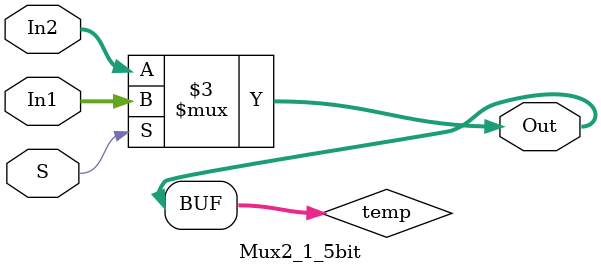
<source format=v>
module Mux2_1_5bit(Out, In1, In2, S);
	input [4:0] In1, In2;
	input S;
	output [4:0] Out;
	
	reg [4:0] temp;
	
	always @ (*)
	begin
		if (S)
			temp <= In1;
		else temp <= In2;
	end
	
	assign Out = temp;
endmodule
</source>
